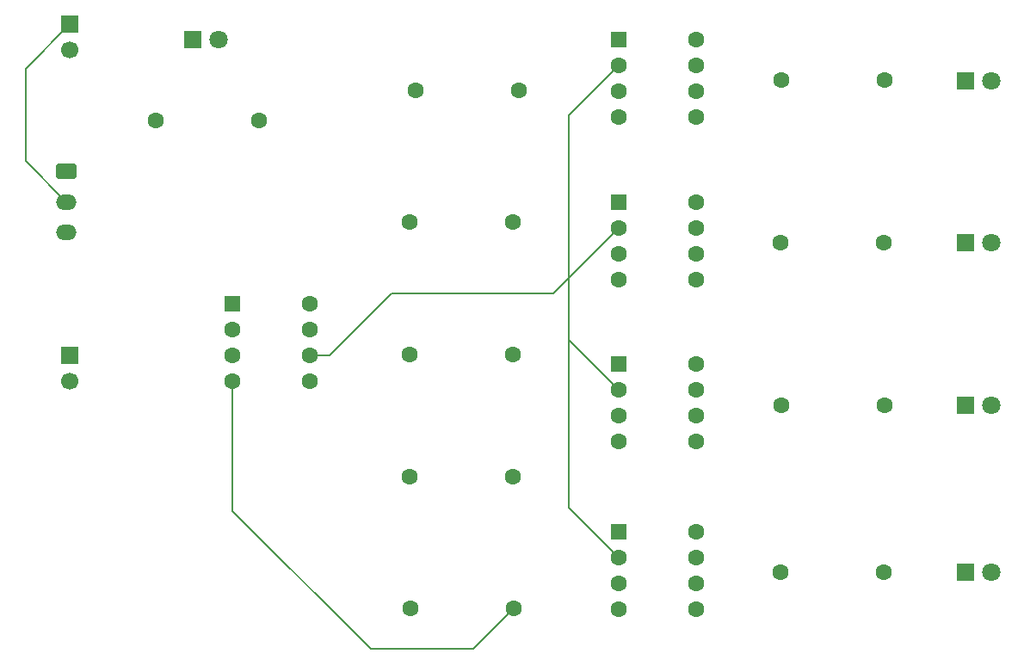
<source format=gbr>
%TF.GenerationSoftware,KiCad,Pcbnew,9.0.4*%
%TF.CreationDate,2025-10-16T13:31:45+09:00*%
%TF.ProjectId,HAM_Seminiar_Opamp,48414d5f-5365-46d6-996e-6961725f4f70,rev?*%
%TF.SameCoordinates,Original*%
%TF.FileFunction,Copper,L2,Bot*%
%TF.FilePolarity,Positive*%
%FSLAX46Y46*%
G04 Gerber Fmt 4.6, Leading zero omitted, Abs format (unit mm)*
G04 Created by KiCad (PCBNEW 9.0.4) date 2025-10-16 13:31:45*
%MOMM*%
%LPD*%
G01*
G04 APERTURE LIST*
G04 Aperture macros list*
%AMRoundRect*
0 Rectangle with rounded corners*
0 $1 Rounding radius*
0 $2 $3 $4 $5 $6 $7 $8 $9 X,Y pos of 4 corners*
0 Add a 4 corners polygon primitive as box body*
4,1,4,$2,$3,$4,$5,$6,$7,$8,$9,$2,$3,0*
0 Add four circle primitives for the rounded corners*
1,1,$1+$1,$2,$3*
1,1,$1+$1,$4,$5*
1,1,$1+$1,$6,$7*
1,1,$1+$1,$8,$9*
0 Add four rect primitives between the rounded corners*
20,1,$1+$1,$2,$3,$4,$5,0*
20,1,$1+$1,$4,$5,$6,$7,0*
20,1,$1+$1,$6,$7,$8,$9,0*
20,1,$1+$1,$8,$9,$2,$3,0*%
G04 Aperture macros list end*
%TA.AperFunction,ComponentPad*%
%ADD10R,1.800000X1.800000*%
%TD*%
%TA.AperFunction,ComponentPad*%
%ADD11C,1.800000*%
%TD*%
%TA.AperFunction,ComponentPad*%
%ADD12RoundRect,0.250000X-0.550000X-0.550000X0.550000X-0.550000X0.550000X0.550000X-0.550000X0.550000X0*%
%TD*%
%TA.AperFunction,ComponentPad*%
%ADD13C,1.600000*%
%TD*%
%TA.AperFunction,ComponentPad*%
%ADD14R,1.700000X1.700000*%
%TD*%
%TA.AperFunction,ComponentPad*%
%ADD15C,1.700000*%
%TD*%
%TA.AperFunction,ComponentPad*%
%ADD16RoundRect,0.250001X-0.759999X0.499999X-0.759999X-0.499999X0.759999X-0.499999X0.759999X0.499999X0*%
%TD*%
%TA.AperFunction,ComponentPad*%
%ADD17O,2.020000X1.500000*%
%TD*%
%TA.AperFunction,Conductor*%
%ADD18C,0.200000*%
%TD*%
G04 APERTURE END LIST*
D10*
%TO.P,D1,1,K*%
%TO.N,Net-(D1-K)*%
X164460000Y-76080000D03*
D11*
%TO.P,D1,2,A*%
%TO.N,+3V0*%
X167000000Y-76080000D03*
%TD*%
D12*
%TO.P,U1,1,NULL*%
%TO.N,unconnected-(U1-NULL-Pad1)*%
X92380000Y-98000000D03*
D13*
%TO.P,U1,2,-*%
%TO.N,Net-(U1--)*%
X92380000Y-100540000D03*
%TO.P,U1,3,+*%
%TO.N,Net-(J1-Pin_1)*%
X92380000Y-103080000D03*
%TO.P,U1,4,V-*%
%TO.N,GND*%
X92380000Y-105620000D03*
%TO.P,U1,5,NULL*%
%TO.N,unconnected-(U1-NULL-Pad5)*%
X100000000Y-105620000D03*
%TO.P,U1,6*%
%TO.N,Net-(U1--)*%
X100000000Y-103080000D03*
%TO.P,U1,7,V+*%
%TO.N,+3V0*%
X100000000Y-100540000D03*
%TO.P,U1,8,NC*%
%TO.N,unconnected-(U1-NC-Pad8)*%
X100000000Y-98000000D03*
%TD*%
%TO.P,R10,1*%
%TO.N,GND*%
X95000000Y-80000000D03*
%TO.P,R10,2*%
%TO.N,Net-(D5-K)*%
X84840000Y-80000000D03*
%TD*%
%TO.P,R2,1*%
%TO.N,Net-(U3--)*%
X109840000Y-90000000D03*
%TO.P,R2,2*%
%TO.N,Net-(U5--)*%
X120000000Y-90000000D03*
%TD*%
%TO.P,R3,1*%
%TO.N,Net-(U5--)*%
X109840000Y-103000000D03*
%TO.P,R3,2*%
%TO.N,Net-(U4--)*%
X120000000Y-103000000D03*
%TD*%
D10*
%TO.P,D4,1,K*%
%TO.N,Net-(D4-K)*%
X164460000Y-124460000D03*
D11*
%TO.P,D4,2,A*%
%TO.N,+3V0*%
X167000000Y-124460000D03*
%TD*%
D13*
%TO.P,R9,1*%
%TO.N,Net-(R9-Pad1)*%
X146300000Y-124460000D03*
%TO.P,R9,2*%
%TO.N,Net-(D4-K)*%
X156460000Y-124460000D03*
%TD*%
D10*
%TO.P,D2,1,K*%
%TO.N,Net-(D2-K)*%
X164460000Y-92000000D03*
D11*
%TO.P,D2,2,A*%
%TO.N,+3V0*%
X167000000Y-92000000D03*
%TD*%
D13*
%TO.P,R6,1*%
%TO.N,Net-(R6-Pad1)*%
X146380000Y-76000000D03*
%TO.P,R6,2*%
%TO.N,Net-(D1-K)*%
X156540000Y-76000000D03*
%TD*%
%TO.P,R7,1*%
%TO.N,Net-(R7-Pad1)*%
X146300000Y-92000000D03*
%TO.P,R7,2*%
%TO.N,Net-(D2-K)*%
X156460000Y-92000000D03*
%TD*%
D14*
%TO.P,J1,1,Pin_1*%
%TO.N,Net-(J1-Pin_1)*%
X76380000Y-103080000D03*
D15*
%TO.P,J1,2,Pin_2*%
%TO.N,GND*%
X76380000Y-105620000D03*
%TD*%
D12*
%TO.P,U3,1,GND*%
%TO.N,unconnected-(U3-GND-Pad1)*%
X130380000Y-72000000D03*
D13*
%TO.P,U3,2,+*%
%TO.N,Net-(U1--)*%
X130380000Y-74540000D03*
%TO.P,U3,3,-*%
%TO.N,Net-(U3--)*%
X130380000Y-77080000D03*
%TO.P,U3,4,V-*%
%TO.N,GND*%
X130380000Y-79620000D03*
%TO.P,U3,5,BAL*%
%TO.N,unconnected-(U3-BAL-Pad5)*%
X138000000Y-79620000D03*
%TO.P,U3,6,STRB*%
%TO.N,unconnected-(U3-STRB-Pad6)*%
X138000000Y-77080000D03*
%TO.P,U3,7*%
%TO.N,Net-(R6-Pad1)*%
X138000000Y-74540000D03*
%TO.P,U3,8,V+*%
%TO.N,+3V0*%
X138000000Y-72000000D03*
%TD*%
%TO.P,R5,1*%
%TO.N,Net-(U6--)*%
X109920000Y-128000000D03*
%TO.P,R5,2*%
%TO.N,GND*%
X120080000Y-128000000D03*
%TD*%
D12*
%TO.P,U5,1,GND*%
%TO.N,unconnected-(U5-GND-Pad1)*%
X130380000Y-88000000D03*
D13*
%TO.P,U5,2,+*%
%TO.N,Net-(U1--)*%
X130380000Y-90540000D03*
%TO.P,U5,3,-*%
%TO.N,Net-(U5--)*%
X130380000Y-93080000D03*
%TO.P,U5,4,V-*%
%TO.N,GND*%
X130380000Y-95620000D03*
%TO.P,U5,5,BAL*%
%TO.N,unconnected-(U5-BAL-Pad5)*%
X138000000Y-95620000D03*
%TO.P,U5,6,STRB*%
%TO.N,unconnected-(U5-STRB-Pad6)*%
X138000000Y-93080000D03*
%TO.P,U5,7*%
%TO.N,Net-(R7-Pad1)*%
X138000000Y-90540000D03*
%TO.P,U5,8,V+*%
%TO.N,+3V0*%
X138000000Y-88000000D03*
%TD*%
%TO.P,R1,1*%
%TO.N,Net-(U2-VO)*%
X110380000Y-77000000D03*
%TO.P,R1,2*%
%TO.N,Net-(U3--)*%
X120540000Y-77000000D03*
%TD*%
%TO.P,R8,1*%
%TO.N,Net-(R8-Pad1)*%
X146380000Y-108000000D03*
%TO.P,R8,2*%
%TO.N,Net-(D3-K)*%
X156540000Y-108000000D03*
%TD*%
D12*
%TO.P,U4,1,GND*%
%TO.N,unconnected-(U4-GND-Pad1)*%
X130380000Y-103920000D03*
D13*
%TO.P,U4,2,+*%
%TO.N,Net-(U1--)*%
X130380000Y-106460000D03*
%TO.P,U4,3,-*%
%TO.N,Net-(U4--)*%
X130380000Y-109000000D03*
%TO.P,U4,4,V-*%
%TO.N,GND*%
X130380000Y-111540000D03*
%TO.P,U4,5,BAL*%
%TO.N,unconnected-(U4-BAL-Pad5)*%
X138000000Y-111540000D03*
%TO.P,U4,6,STRB*%
%TO.N,unconnected-(U4-STRB-Pad6)*%
X138000000Y-109000000D03*
%TO.P,U4,7*%
%TO.N,Net-(R8-Pad1)*%
X138000000Y-106460000D03*
%TO.P,U4,8,V+*%
%TO.N,+3V0*%
X138000000Y-103920000D03*
%TD*%
D16*
%TO.P,SW1,1,A*%
%TO.N,+3V0*%
X76040000Y-85000000D03*
D17*
%TO.P,SW1,2,B*%
%TO.N,Net-(BT1-+)*%
X76040000Y-88000000D03*
%TO.P,SW1,3,C*%
%TO.N,unconnected-(SW1-C-Pad3)*%
X76040000Y-91000000D03*
%TD*%
D12*
%TO.P,U6,1,GND*%
%TO.N,unconnected-(U6-GND-Pad1)*%
X130380000Y-120460000D03*
D13*
%TO.P,U6,2,+*%
%TO.N,Net-(U1--)*%
X130380000Y-123000000D03*
%TO.P,U6,3,-*%
%TO.N,Net-(U6--)*%
X130380000Y-125540000D03*
%TO.P,U6,4,V-*%
%TO.N,GND*%
X130380000Y-128080000D03*
%TO.P,U6,5,BAL*%
%TO.N,unconnected-(U6-BAL-Pad5)*%
X138000000Y-128080000D03*
%TO.P,U6,6,STRB*%
%TO.N,unconnected-(U6-STRB-Pad6)*%
X138000000Y-125540000D03*
%TO.P,U6,7*%
%TO.N,Net-(R9-Pad1)*%
X138000000Y-123000000D03*
%TO.P,U6,8,V+*%
%TO.N,+3V0*%
X138000000Y-120460000D03*
%TD*%
D10*
%TO.P,D5,1,K*%
%TO.N,Net-(D5-K)*%
X88460000Y-72000000D03*
D11*
%TO.P,D5,2,A*%
%TO.N,+3V0*%
X91000000Y-72000000D03*
%TD*%
D14*
%TO.P,BT1,1,+*%
%TO.N,Net-(BT1-+)*%
X76380000Y-70540000D03*
D15*
%TO.P,BT1,2,-*%
%TO.N,GND*%
X76380000Y-73080000D03*
%TD*%
D10*
%TO.P,D3,1,K*%
%TO.N,Net-(D3-K)*%
X164460000Y-108000000D03*
D11*
%TO.P,D3,2,A*%
%TO.N,+3V0*%
X167000000Y-108000000D03*
%TD*%
D13*
%TO.P,R4,1*%
%TO.N,Net-(U4--)*%
X109840000Y-115000000D03*
%TO.P,R4,2*%
%TO.N,Net-(U6--)*%
X120000000Y-115000000D03*
%TD*%
D18*
%TO.N,GND*%
X116080000Y-132000000D02*
X120080000Y-128000000D01*
X106000000Y-132000000D02*
X116080000Y-132000000D01*
X92380000Y-118380000D02*
X106000000Y-132000000D01*
X92380000Y-105620000D02*
X92380000Y-118380000D01*
%TO.N,Net-(U1--)*%
X125460000Y-101540000D02*
X130380000Y-106460000D01*
X108000000Y-97000000D02*
X123920000Y-97000000D01*
X125460000Y-95460000D02*
X125460000Y-79460000D01*
X125460000Y-95460000D02*
X125460000Y-101000000D01*
X123920000Y-97000000D02*
X125460000Y-95460000D01*
X100000000Y-103080000D02*
X101920000Y-103080000D01*
X125460000Y-95460000D02*
X130380000Y-90540000D01*
X125460000Y-101000000D02*
X125460000Y-118080000D01*
X101920000Y-103080000D02*
X108000000Y-97000000D01*
X125460000Y-79460000D02*
X130380000Y-74540000D01*
X125460000Y-101000000D02*
X125460000Y-101540000D01*
X125460000Y-118080000D02*
X130380000Y-123000000D01*
%TO.N,Net-(BT1-+)*%
X76040000Y-88000000D02*
X72000000Y-83960000D01*
X72000000Y-74920000D02*
X76380000Y-70540000D01*
X72000000Y-83960000D02*
X72000000Y-74920000D01*
%TD*%
M02*

</source>
